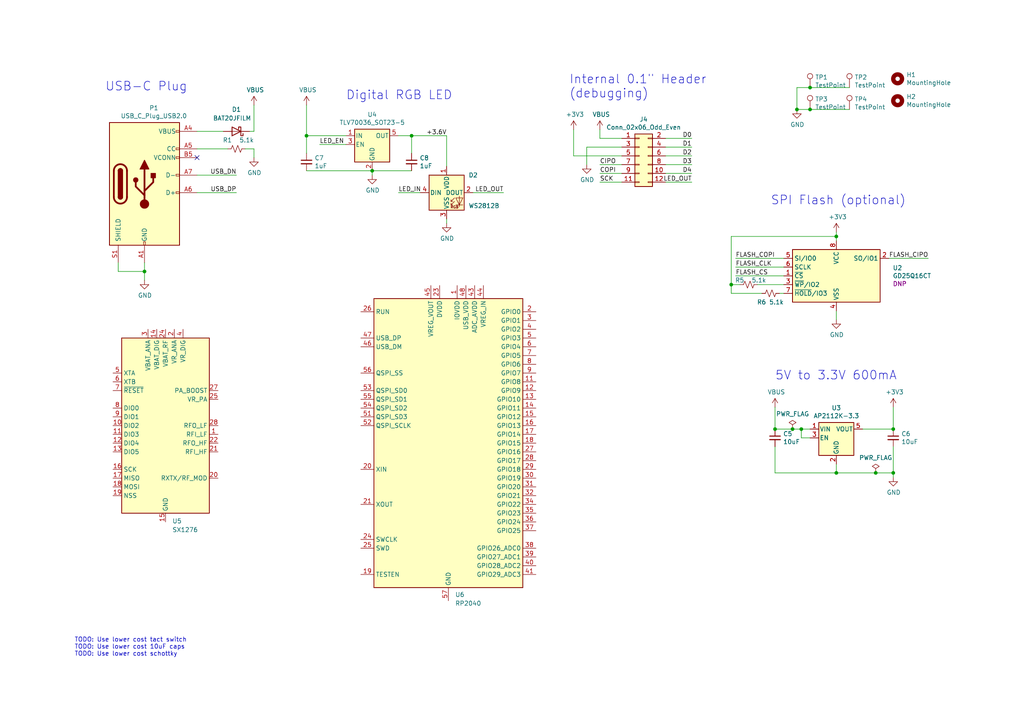
<source format=kicad_sch>
(kicad_sch (version 20230121) (generator eeschema)
  (paper "A4")
  (title_block (title "Microcontroller Expansion Card") (date "2021-05-17") (rev "X1.1") (company "Framework Computer Inc") (comment 1 "This work is licensed under a Creative Commons Attribution 4.0 International License") (comment 2 "Inspired by Adafruit QT Py and Seeed Studio Xiao") (comment 4 "https://frame.work"))
  (lib_symbols
    (symbol "Connector:TestPoint" (pin_numbers hide) (pin_names (offset 0.762) hide)
      (property "Reference" "TP" (at 0 6.858 0))
      (property "Value" "TestPoint" (at 0 5.08 0))
      (symbol "TestPoint_0_1"
        (circle (center 0 3.302) (radius 0.762))
      )
      (symbol "TestPoint_1_1"
        (pin passive line (at 0 0 90) (length 2.54) (name "1") (number "1"))
      )
    )
    (symbol "Connector:USB_C_Plug_USB2.0" (pin_names (offset 1.016))
      (property "Reference" "P" (at -10.16 19.05 0))
      (property "Value" "USB_C_Plug_USB2.0" (at 12.7 19.05 0))
      (symbol "USB_C_Plug_USB2.0_0_0"
        (rectangle (start -0.254 -17.78) (end 0.254 -16.764))
        (rectangle (start 10.16 -2.286) (end 9.144 -2.794))
        (rectangle (start 10.16 2.794) (end 9.144 2.286))
        (rectangle (start 10.16 7.874) (end 9.144 7.366))
        (rectangle (start 10.16 10.414) (end 9.144 9.906))
        (rectangle (start 10.16 15.494) (end 9.144 14.986))
      )
      (symbol "USB_C_Plug_USB2.0_0_1"
        (rectangle (start -10.16 17.78) (end 10.16 -17.78) (stroke (width 0.254)) (fill (type background)))
        (arc (start -8.89 -3.81) (mid -6.985 -5.7067) (end -5.08 -3.81) (stroke (width 0.508)))
        (arc (start -7.62 -3.81) (mid -6.985 -4.4423) (end -6.35 -3.81) (stroke (width 0.254)))
        (arc (start -7.62 -3.81) (mid -6.985 -4.4423) (end -6.35 -3.81) (stroke (width 0.254)) (fill (type outline)))
        (rectangle (start -7.62 -3.81) (end -6.35 3.81) (stroke (width 0.254)) (fill (type outline)))
        (arc (start -6.35 3.81) (mid -6.985 4.4423) (end -7.62 3.81) (stroke (width 0.254)))
        (arc (start -6.35 3.81) (mid -6.985 4.4423) (end -7.62 3.81) (stroke (width 0.254)) (fill (type outline)))
        (arc (start -5.08 3.81) (mid -6.985 5.7067) (end -8.89 3.81) (stroke (width 0.508)))
        (circle (center -2.54 1.143) (radius 0.635) (stroke (width 0.254)) (fill (type outline)))
        (circle (center 0 -5.842) (radius 1.27) (fill (type outline)))
        (polyline (pts (xy -8.89 -3.81) (xy -8.89 3.81)) (stroke (width 0.508)))
        (polyline (pts (xy -5.08 3.81) (xy -5.08 -3.81)) (stroke (width 0.508)))
        (polyline (pts (xy 0 -5.842) (xy 0 4.318)) (stroke (width 0.508)))
        (polyline (pts (xy 0 -3.302) (xy -2.54 -0.762) (xy -2.54 0.508)) (stroke (width 0.508)))
        (polyline (pts (xy 0 -2.032) (xy 2.54 0.508) (xy 2.54 1.778)) (stroke (width 0.508)))
        (polyline (pts (xy -1.27 4.318) (xy 0 6.858) (xy 1.27 4.318) (xy -1.27 4.318)) (stroke (width 0.254)) (fill (type outline)))
        (rectangle (start 1.905 1.778) (end 3.175 3.048) (stroke (width 0.254)) (fill (type outline)))
      )
      (symbol "USB_C_Plug_USB2.0_1_1"
        (pin passive line (at 0 -22.86 90) (length 5.08) (name "GND") (number "A1"))
        (pin passive line (at 0 -22.86 90) (length 5.08) hide (name "GND") (number "A12"))
        (pin passive line (at 15.24 15.24 180) (length 5.08) (name "VBUS") (number "A4"))
        (pin bidirectional line (at 15.24 10.16 180) (length 5.08) (name "CC") (number "A5"))
        (pin bidirectional line (at 15.24 -2.54 180) (length 5.08) (name "D+") (number "A6"))
        (pin bidirectional line (at 15.24 2.54 180) (length 5.08) (name "D-") (number "A7"))
        (pin passive line (at 15.24 15.24 180) (length 5.08) hide (name "VBUS") (number "A9"))
        (pin passive line (at 0 -22.86 90) (length 5.08) hide (name "GND") (number "B1"))
        (pin passive line (at 0 -22.86 90) (length 5.08) hide (name "GND") (number "B12"))
        (pin passive line (at 15.24 15.24 180) (length 5.08) hide (name "VBUS") (number "B4"))
        (pin bidirectional line (at 15.24 7.62 180) (length 5.08) (name "VCONN") (number "B5"))
        (pin passive line (at 15.24 15.24 180) (length 5.08) hide (name "VBUS") (number "B9"))
        (pin passive line (at -7.62 -22.86 90) (length 5.08) (name "SHIELD") (number "S1"))
      )
    )
    (symbol "Connector_Generic:Conn_02x06_Odd_Even" (pin_names (offset 1.016) hide)
      (property "Reference" "J" (at 1.27 7.62 0))
      (property "Value" "Conn_02x06_Odd_Even" (at 1.27 -10.16 0))
      (symbol "Conn_02x06_Odd_Even_1_1"
        (rectangle (start -1.27 -7.493) (end 0 -7.747) (stroke (width 0.1524)))
        (rectangle (start -1.27 -4.953) (end 0 -5.207) (stroke (width 0.1524)))
        (rectangle (start -1.27 -2.413) (end 0 -2.667) (stroke (width 0.1524)))
        (rectangle (start -1.27 0.127) (end 0 -0.127) (stroke (width 0.1524)))
        (rectangle (start -1.27 2.667) (end 0 2.413) (stroke (width 0.1524)))
        (rectangle (start -1.27 5.207) (end 0 4.953) (stroke (width 0.1524)))
        (rectangle (start -1.27 6.35) (end 3.81 -8.89) (stroke (width 0.254)) (fill (type background)))
        (rectangle (start 3.81 -7.493) (end 2.54 -7.747) (stroke (width 0.1524)))
        (rectangle (start 3.81 -4.953) (end 2.54 -5.207) (stroke (width 0.1524)))
        (rectangle (start 3.81 -2.413) (end 2.54 -2.667) (stroke (width 0.1524)))
        (rectangle (start 3.81 0.127) (end 2.54 -0.127) (stroke (width 0.1524)))
        (rectangle (start 3.81 2.667) (end 2.54 2.413) (stroke (width 0.1524)))
        (rectangle (start 3.81 5.207) (end 2.54 4.953) (stroke (width 0.1524)))
        (pin passive line (at -5.08 5.08 0) (length 3.81) (name "Pin_1") (number "1"))
        (pin passive line (at 7.62 -5.08 180) (length 3.81) (name "Pin_10") (number "10"))
        (pin passive line (at -5.08 -7.62 0) (length 3.81) (name "Pin_11") (number "11"))
        (pin passive line (at 7.62 -7.62 180) (length 3.81) (name "Pin_12") (number "12"))
        (pin passive line (at 7.62 5.08 180) (length 3.81) (name "Pin_2") (number "2"))
        (pin passive line (at -5.08 2.54 0) (length 3.81) (name "Pin_3") (number "3"))
        (pin passive line (at 7.62 2.54 180) (length 3.81) (name "Pin_4") (number "4"))
        (pin passive line (at -5.08 0 0) (length 3.81) (name "Pin_5") (number "5"))
        (pin passive line (at 7.62 0 180) (length 3.81) (name "Pin_6") (number "6"))
        (pin passive line (at -5.08 -2.54 0) (length 3.81) (name "Pin_7") (number "7"))
        (pin passive line (at 7.62 -2.54 180) (length 3.81) (name "Pin_8") (number "8"))
        (pin passive line (at -5.08 -5.08 0) (length 3.81) (name "Pin_9") (number "9"))
      )
    )
    (symbol "Device:C_Small" (pin_numbers hide) (pin_names (offset 0.254) hide)
      (property "Reference" "C" (at 0.254 1.778 0))
      (property "Value" "C_Small" (at 0.254 -2.032 0))
      (symbol "C_Small_0_1"
        (polyline (pts (xy -1.524 -0.508) (xy 1.524 -0.508)) (stroke (width 0.3302)))
        (polyline (pts (xy -1.524 0.508) (xy 1.524 0.508)) (stroke (width 0.3048)))
      )
      (symbol "C_Small_1_1"
        (pin passive line (at 0 2.54 270) (length 2.032) (name "~") (number "1"))
        (pin passive line (at 0 -2.54 90) (length 2.032) (name "~") (number "2"))
      )
    )
    (symbol "Device:D_Schottky" (pin_numbers hide) (pin_names (offset 1.016) hide)
      (property "Reference" "D" (at 0 2.54 0))
      (property "Value" "D_Schottky" (at 0 -2.54 0))
      (symbol "D_Schottky_0_1"
        (polyline (pts (xy 1.27 0) (xy -1.27 0)))
        (polyline (pts (xy 1.27 1.27) (xy 1.27 -1.27) (xy -1.27 0) (xy 1.27 1.27)) (stroke (width 0.254)))
        (polyline (pts (xy -1.905 0.635) (xy -1.905 1.27) (xy -1.27 1.27) (xy -1.27 -1.27) (xy -0.635 -1.27) (xy -0.635 -0.635)) (stroke (width 0.254)))
      )
      (symbol "D_Schottky_1_1"
        (pin passive line (at -3.81 0 0) (length 2.54) (name "K") (number "1"))
        (pin passive line (at 3.81 0 180) (length 2.54) (name "A") (number "2"))
      )
    )
    (symbol "Device:R_Small_US" (pin_numbers hide) (pin_names (offset 0.254) hide)
      (property "Reference" "R" (at 0.762 0.508 0))
      (property "Value" "R_Small_US" (at 0.762 -1.016 0))
      (symbol "R_Small_US_1_1"
        (polyline (pts (xy 0 0) (xy 1.016 -0.381) (xy 0 -0.762) (xy -1.016 -1.143) (xy 0 -1.524)))
        (polyline (pts (xy 0 1.524) (xy 1.016 1.143) (xy 0 0.762) (xy -1.016 0.381) (xy 0 0)))
        (pin passive line (at 0 2.54 270) (length 1.016) (name "~") (number "1"))
        (pin passive line (at 0 -2.54 90) (length 1.016) (name "~") (number "2"))
      )
    )
    (symbol "LED:WS2812B" (pin_names (offset 0.254))
      (property "Reference" "D" (at 5.08 5.715 0))
      (property "Value" "WS2812B" (at 1.27 -5.715 0))
      (symbol "WS2812B_0_0"
        (text "RGB" (at 2.286 -4.191 0) (effects (font (size 0.762 0.762))))
      )
      (symbol "WS2812B_0_1"
        (polyline (pts (xy 1.27 -3.556) (xy 1.778 -3.556)))
        (polyline (pts (xy 1.27 -2.54) (xy 1.778 -2.54)))
        (polyline (pts (xy 4.699 -3.556) (xy 2.667 -3.556)))
        (polyline (pts (xy 2.286 -2.54) (xy 1.27 -3.556) (xy 1.27 -3.048)))
        (polyline (pts (xy 2.286 -1.524) (xy 1.27 -2.54) (xy 1.27 -2.032)))
        (polyline (pts (xy 3.683 -1.016) (xy 3.683 -3.556) (xy 3.683 -4.064)))
        (polyline (pts (xy 4.699 -1.524) (xy 2.667 -1.524) (xy 3.683 -3.556) (xy 4.699 -1.524)))
        (rectangle (start 5.08 5.08) (end -5.08 -5.08) (stroke (width 0.254)) (fill (type background)))
      )
      (symbol "WS2812B_1_1"
        (pin power_in line (at 0 7.62 270) (length 2.54) (name "VDD") (number "1"))
        (pin output line (at 7.62 0 180) (length 2.54) (name "DOUT") (number "2"))
        (pin power_in line (at 0 -7.62 90) (length 2.54) (name "VSS") (number "3"))
        (pin input line (at -7.62 0 0) (length 2.54) (name "DIN") (number "4"))
      )
    )
    (symbol "MCU_RaspberryPi:RP2040"
      (property "Reference" "U" (at 17.78 45.72 0))
      (property "Value" "RP2040" (at 17.78 43.18 0))
      (symbol "RP2040_0_1"
        (rectangle (start -21.59 41.91) (end 21.59 -41.91) (stroke (width 0.254)) (fill (type background)))
      )
      (symbol "RP2040_1_1"
        (pin power_in line (at 2.54 45.72 270) (length 3.81) (name "IOVDD") (number "1"))
        (pin passive line (at 2.54 45.72 270) (length 3.81) hide (name "IOVDD") (number "10"))
        (pin bidirectional line (at 25.4 17.78 180) (length 3.81) (name "GPIO8") (number "11"))
        (pin bidirectional line (at 25.4 15.24 180) (length 3.81) (name "GPIO9") (number "12"))
        (pin bidirectional line (at 25.4 12.7 180) (length 3.81) (name "GPIO10") (number "13"))
        (pin bidirectional line (at 25.4 10.16 180) (length 3.81) (name "GPIO11") (number "14"))
        (pin bidirectional line (at 25.4 7.62 180) (length 3.81) (name "GPIO12") (number "15"))
        (pin bidirectional line (at 25.4 5.08 180) (length 3.81) (name "GPIO13") (number "16"))
        (pin bidirectional line (at 25.4 2.54 180) (length 3.81) (name "GPIO14") (number "17"))
        (pin bidirectional line (at 25.4 0 180) (length 3.81) (name "GPIO15") (number "18"))
        (pin input line (at -25.4 -38.1 0) (length 3.81) (name "TESTEN") (number "19"))
        (pin bidirectional line (at 25.4 38.1 180) (length 3.81) (name "GPIO0") (number "2"))
        (pin input line (at -25.4 -7.62 0) (length 3.81) (name "XIN") (number "20"))
        (pin passive line (at -25.4 -17.78 0) (length 3.81) (name "XOUT") (number "21"))
        (pin passive line (at 2.54 45.72 270) (length 3.81) hide (name "IOVDD") (number "22"))
        (pin power_in line (at -2.54 45.72 270) (length 3.81) (name "DVDD") (number "23"))
        (pin output line (at -25.4 -27.94 0) (length 3.81) (name "SWCLK") (number "24"))
        (pin bidirectional line (at -25.4 -30.48 0) (length 3.81) (name "SWD") (number "25"))
        (pin input line (at -25.4 38.1 0) (length 3.81) (name "RUN") (number "26"))
        (pin bidirectional line (at 25.4 -2.54 180) (length 3.81) (name "GPIO16") (number "27"))
        (pin bidirectional line (at 25.4 -5.08 180) (length 3.81) (name "GPIO17") (number "28"))
        (pin bidirectional line (at 25.4 -7.62 180) (length 3.81) (name "GPIO18") (number "29"))
        (pin bidirectional line (at 25.4 35.56 180) (length 3.81) (name "GPIO1") (number "3"))
        (pin bidirectional line (at 25.4 -10.16 180) (length 3.81) (name "GPIO19") (number "30"))
        (pin bidirectional line (at 25.4 -12.7 180) (length 3.81) (name "GPIO20") (number "31"))
        (pin bidirectional line (at 25.4 -15.24 180) (length 3.81) (name "GPIO21") (number "32"))
        (pin passive line (at 2.54 45.72 270) (length 3.81) hide (name "IOVDD") (number "33"))
        (pin bidirectional line (at 25.4 -17.78 180) (length 3.81) (name "GPIO22") (number "34"))
        (pin bidirectional line (at 25.4 -20.32 180) (length 3.81) (name "GPIO23") (number "35"))
        (pin bidirectional line (at 25.4 -22.86 180) (length 3.81) (name "GPIO24") (number "36"))
        (pin bidirectional line (at 25.4 -25.4 180) (length 3.81) (name "GPIO25") (number "37"))
        (pin bidirectional line (at 25.4 -30.48 180) (length 3.81) (name "GPIO26_ADC0") (number "38"))
        (pin bidirectional line (at 25.4 -33.02 180) (length 3.81) (name "GPIO27_ADC1") (number "39"))
        (pin bidirectional line (at 25.4 33.02 180) (length 3.81) (name "GPIO2") (number "4"))
        (pin bidirectional line (at 25.4 -35.56 180) (length 3.81) (name "GPIO28_ADC2") (number "40"))
        (pin bidirectional line (at 25.4 -38.1 180) (length 3.81) (name "GPIO29_ADC3") (number "41"))
        (pin passive line (at 2.54 45.72 270) (length 3.81) hide (name "IOVDD") (number "42"))
        (pin power_in line (at 7.62 45.72 270) (length 3.81) (name "ADC_AVDD") (number "43"))
        (pin power_in line (at 10.16 45.72 270) (length 3.81) (name "VREG_IN") (number "44"))
        (pin power_out line (at -5.08 45.72 270) (length 3.81) (name "VREG_VOUT") (number "45"))
        (pin bidirectional line (at -25.4 27.94 0) (length 3.81) (name "USB_DM") (number "46"))
        (pin bidirectional line (at -25.4 30.48 0) (length 3.81) (name "USB_DP") (number "47"))
        (pin power_in line (at 5.08 45.72 270) (length 3.81) (name "USB_VDD") (number "48"))
        (pin passive line (at 2.54 45.72 270) (length 3.81) hide (name "IOVDD") (number "49"))
        (pin bidirectional line (at 25.4 30.48 180) (length 3.81) (name "GPIO3") (number "5"))
        (pin passive line (at -2.54 45.72 270) (length 3.81) hide (name "DVDD") (number "50"))
        (pin bidirectional line (at -25.4 7.62 0) (length 3.81) (name "QSPI_SD3") (number "51"))
        (pin output line (at -25.4 5.08 0) (length 3.81) (name "QSPI_SCLK") (number "52"))
        (pin bidirectional line (at -25.4 15.24 0) (length 3.81) (name "QSPI_SD0") (number "53"))
        (pin bidirectional line (at -25.4 10.16 0) (length 3.81) (name "QSPI_SD2") (number "54"))
        (pin bidirectional line (at -25.4 12.7 0) (length 3.81) (name "QSPI_SD1") (number "55"))
        (pin bidirectional line (at -25.4 20.32 0) (length 3.81) (name "QSPI_SS") (number "56"))
        (pin power_in line (at 0 -45.72 90) (length 3.81) (name "GND") (number "57"))
        (pin bidirectional line (at 25.4 27.94 180) (length 3.81) (name "GPIO4") (number "6"))
        (pin bidirectional line (at 25.4 25.4 180) (length 3.81) (name "GPIO5") (number "7"))
        (pin bidirectional line (at 25.4 22.86 180) (length 3.81) (name "GPIO6") (number "8"))
        (pin bidirectional line (at 25.4 20.32 180) (length 3.81) (name "GPIO7") (number "9"))
      )
    )
    (symbol "Mechanical:MountingHole" (pin_names (offset 1.016))
      (property "Reference" "H" (at 0 5.08 0))
      (property "Value" "MountingHole" (at 0 3.175 0))
      (symbol "MountingHole_0_1"
        (circle (center 0 0) (radius 1.27) (stroke (width 1.27)))
      )
    )
    (symbol "Microcontroller-rescue:+3.3V-power" (power) (pin_names (offset 0))
      (property "Value" "+3.3V-power" (at 0 3.556 0))
      (symbol "+3.3V-power_0_1"
        (polyline (pts (xy -0.762 1.27) (xy 0 2.54)))
        (polyline (pts (xy 0 0) (xy 0 2.54)))
        (polyline (pts (xy 0 2.54) (xy 0.762 1.27)))
      )
      (symbol "+3.3V-power_1_1"
        (pin power_in line (at 0 0 90) (length 0) hide (name "+3V3") (number "1"))
      )
    )
    (symbol "RF:SX1276"
      (property "Reference" "U" (at 13.97 24.13 0))
      (property "Value" "SX1276" (at 13.97 21.59 0))
      (symbol "SX1276_0_1"
        (rectangle (start -12.7 25.4) (end 12.7 -25.4) (stroke (width 0.254)) (fill (type background)))
      )
      (symbol "SX1276_1_1"
        (pin input line (at 15.24 -2.54 180) (length 2.54) (name "RFI_LF") (number "1"))
        (pin bidirectional line (at -15.24 0 0) (length 2.54) (name "DIO2") (number "10"))
        (pin bidirectional line (at -15.24 -2.54 0) (length 2.54) (name "DIO3") (number "11"))
        (pin bidirectional line (at -15.24 -5.08 0) (length 2.54) (name "DIO4") (number "12"))
        (pin bidirectional line (at -15.24 -7.62 0) (length 2.54) (name "DIO5") (number "13"))
        (pin power_in line (at -2.54 27.94 270) (length 2.54) (name "VBAT_DIG") (number "14"))
        (pin power_in line (at 0 -27.94 90) (length 2.54) (name "GND") (number "15"))
        (pin input line (at -15.24 -12.7 0) (length 2.54) (name "SCK") (number "16"))
        (pin output line (at -15.24 -15.24 0) (length 2.54) (name "MISO") (number "17"))
        (pin input line (at -15.24 -17.78 0) (length 2.54) (name "MOSI") (number "18"))
        (pin input line (at -15.24 -20.32 0) (length 2.54) (name "NSS") (number "19"))
        (pin power_in line (at 2.54 27.94 270) (length 2.54) (name "VR_ANA") (number "2"))
        (pin output line (at 15.24 -15.24 180) (length 2.54) (name "RXTX/RF_MOD") (number "20"))
        (pin input line (at 15.24 -7.62 180) (length 2.54) (name "RFI_HF") (number "21"))
        (pin output line (at 15.24 -5.08 180) (length 2.54) (name "RFO_HF") (number "22"))
        (pin passive line (at 0 -27.94 90) (length 2.54) hide (name "GND") (number "23"))
        (pin power_in line (at 0 27.94 270) (length 2.54) (name "VBAT_RF") (number "24"))
        (pin power_out line (at 15.24 7.62 180) (length 2.54) (name "VR_PA") (number "25"))
        (pin passive line (at 0 -27.94 90) (length 2.54) hide (name "GND") (number "26"))
        (pin power_out line (at 15.24 10.16 180) (length 2.54) (name "PA_BOOST") (number "27"))
        (pin output line (at 15.24 0 180) (length 2.54) (name "RFO_LF") (number "28"))
        (pin passive line (at 0 -27.94 90) (length 2.54) hide (name "GND") (number "29"))
        (pin power_in line (at -5.08 27.94 270) (length 2.54) (name "VBAT_ANA") (number "3"))
        (pin power_in line (at 5.08 27.94 270) (length 2.54) (name "VR_DIG") (number "4"))
        (pin bidirectional line (at -15.24 15.24 0) (length 2.54) (name "XTA") (number "5"))
        (pin bidirectional line (at -15.24 12.7 0) (length 2.54) (name "XTB") (number "6"))
        (pin input line (at -15.24 10.16 0) (length 2.54) (name "~{RESET}") (number "7"))
        (pin bidirectional line (at -15.24 5.08 0) (length 2.54) (name "DIO0") (number "8"))
        (pin bidirectional line (at -15.24 2.54 0) (length 2.54) (name "DIO1") (number "9"))
      )
    )
    (symbol "Regulator_Linear:AP2112K-3.3" (pin_names (offset 0.254))
      (property "Reference" "U" (at -5.08 5.715 0))
      (property "Value" "AP2112K-3.3" (at 0 5.715 0))
      (symbol "AP2112K-3.3_0_1"
        (rectangle (start -5.08 4.445) (end 5.08 -5.08) (stroke (width 0.254)) (fill (type background)))
      )
      (symbol "AP2112K-3.3_1_1"
        (pin power_in line (at -7.62 2.54 0) (length 2.54) (name "VIN") (number "1"))
        (pin power_in line (at 0 -7.62 90) (length 2.54) (name "GND") (number "2"))
        (pin input line (at -7.62 0 0) (length 2.54) (name "EN") (number "3"))
        (pin no_connect line (at 5.08 0 180) (length 2.54) hide (name "NC") (number "4"))
        (pin power_out line (at 7.62 2.54 180) (length 2.54) (name "VOUT") (number "5"))
      )
    )
    (symbol "Regulator_Linear:TLV70036_SOT23-5" (pin_names (offset 0.254))
      (property "Reference" "U" (at -3.81 5.715 0))
      (property "Value" "TLV70036_SOT23-5" (at 0 5.715 0))
      (symbol "TLV70036_SOT23-5_0_1"
        (rectangle (start -5.08 4.445) (end 5.08 -5.08) (stroke (width 0.254)) (fill (type background)))
      )
      (symbol "TLV70036_SOT23-5_1_1"
        (pin power_in line (at -7.62 2.54 0) (length 2.54) (name "IN") (number "1"))
        (pin power_in line (at 0 -7.62 90) (length 2.54) (name "GND") (number "2"))
        (pin input line (at -7.62 0 0) (length 2.54) (name "EN") (number "3"))
        (pin no_connect line (at 5.08 0 180) (length 2.54) hide (name "NC") (number "4"))
        (pin power_out line (at 7.62 2.54 180) (length 2.54) (name "OUT") (number "5"))
      )
    )
    (symbol "gd25q16ct:GD25Q16CT"
      (property "Reference" "U" (at 2.54 12.7 0))
      (property "Value" "GD25Q16CT" (at 8.89 8.89 0))
      (symbol "GD25Q16CT_1_1"
        (rectangle (start -12.7 7.62) (end 12.7 -7.62) (stroke (width 0.254)) (fill (type background)))
        (pin input line (at -15.24 0 0) (length 2.54) (name "~{CS}") (number "1"))
        (pin bidirectional line (at 15.24 5.08 180) (length 2.54) (name "SO/IO1") (number "2"))
        (pin bidirectional line (at -15.24 -2.54 0) (length 2.54) (name "~{WP}/IO2") (number "3"))
        (pin power_in line (at 0 -10.16 90) (length 2.54) (name "VSS") (number "4"))
        (pin bidirectional line (at -15.24 5.08 0) (length 2.54) (name "SI/IO0") (number "5"))
        (pin input line (at -15.24 2.54 0) (length 2.54) (name "SCLK") (number "6"))
        (pin bidirectional line (at -15.24 -5.08 0) (length 2.54) (name "~{HOLD}/IO3") (number "7"))
        (pin power_in line (at 0 10.16 270) (length 2.54) (name "VCC") (number "8"))
      )
    )
    (symbol "power:GND" (power) (pin_names (offset 0))
      (property "Value" "GND" (at 0 -3.81 0))
      (symbol "GND_0_1"
        (polyline (pts (xy 0 0) (xy 0 -1.27) (xy 1.27 -1.27) (xy 0 -2.54) (xy -1.27 -1.27) (xy 0 -1.27)))
      )
      (symbol "GND_1_1"
        (pin power_in line (at 0 0 270) (length 0) hide (name "GND") (number "1"))
      )
    )
    (symbol "power:PWR_FLAG" (power) (pin_numbers hide) (pin_names (offset 0) hide)
      (property "Value" "PWR_FLAG" (at 0 3.81 0))
      (symbol "PWR_FLAG_0_0"
        (pin power_out line (at 0 0 90) (length 0) (name "pwr") (number "1"))
      )
      (symbol "PWR_FLAG_0_1"
        (polyline (pts (xy 0 0) (xy 0 1.27) (xy -1.016 1.905) (xy 0 2.54) (xy 1.016 1.905) (xy 0 1.27)))
      )
    )
    (symbol "power:VBUS" (power) (pin_names (offset 0))
      (property "Value" "VBUS" (at 0 3.81 0))
      (symbol "VBUS_0_1"
        (polyline (pts (xy -0.762 1.27) (xy 0 2.54)))
        (polyline (pts (xy 0 0) (xy 0 2.54)))
        (polyline (pts (xy 0 2.54) (xy 0.762 1.27)))
      )
      (symbol "VBUS_1_1"
        (pin power_in line (at 0 0 90) (length 0) hide (name "VBUS") (number "1"))
      )
    )
  )
  (junction (at 242.57 137.16))
  (junction (at 232.41 124.46))
  (junction (at 259.08 137.16))
  (junction (at 234.95 25.4))
  (junction (at 242.57 68.58))
  (junction (at 259.08 124.46))
  (junction (at 212.09 82.55))
  (junction (at 119.38 39.37))
  (junction (at 234.95 31.75))
  (junction (at 107.95 49.53))
  (junction (at 224.79 124.46))
  (junction (at 229.87 124.46))
  (junction (at 88.9 39.37))
  (junction (at 254 137.16))
  (junction (at 41.91 78.74))
  (junction (at 231.14 31.75))
  (no_connect (at 57.15 45.72))
  (wire (pts (xy 57.15 38.1) (xy 64.77 38.1)))
  (wire (pts (xy 88.9 30.48) (xy 88.9 39.37)))
  (wire (pts (xy 57.15 55.88) (xy 68.58 55.88)))
  (wire (pts (xy 242.57 137.16) (xy 254 137.16)))
  (wire (pts (xy 231.14 25.4) (xy 231.14 31.75)))
  (wire (pts (xy 229.87 124.46) (xy 232.41 124.46)))
  (wire (pts (xy 259.08 129.54) (xy 259.08 137.16)))
  (wire (pts (xy 173.99 50.292) (xy 180.34 50.292)))
  (wire (pts (xy 242.57 68.58) (xy 242.57 67.31)))
  (wire (pts (xy 173.99 47.752) (xy 180.34 47.752)))
  (wire (pts (xy 170.18 42.672) (xy 170.18 47.752)))
  (wire (pts (xy 232.41 127) (xy 232.41 124.46)))
  (wire (pts (xy 193.04 40.132) (xy 200.66 40.132)))
  (wire (pts (xy 212.09 68.58) (xy 212.09 82.55)))
  (wire (pts (xy 71.12 43.18) (xy 73.66 43.18)))
  (wire (pts (xy 72.39 38.1) (xy 73.66 38.1)))
  (wire (pts (xy 227.33 82.55) (xy 219.71 82.55)))
  (wire (pts (xy 41.91 81.28) (xy 41.91 78.74)))
  (wire (pts (xy 213.36 77.47) (xy 227.33 77.47)))
  (wire (pts (xy 213.36 80.01) (xy 227.33 80.01)))
  (wire (pts (xy 88.9 44.45) (xy 88.9 39.37)))
  (wire (pts (xy 242.57 90.17) (xy 242.57 92.71)))
  (wire (pts (xy 220.98 85.09) (xy 212.09 85.09)))
  (wire (pts (xy 193.04 42.672) (xy 200.66 42.672)))
  (wire (pts (xy 250.19 124.46) (xy 259.08 124.46)))
  (wire (pts (xy 166.37 45.212) (xy 180.34 45.212)))
  (wire (pts (xy 173.99 52.832) (xy 180.34 52.832)))
  (wire (pts (xy 73.66 38.1) (xy 73.66 30.48)))
  (wire (pts (xy 224.79 118.11) (xy 224.79 124.46)))
  (wire (pts (xy 57.15 50.8) (xy 68.58 50.8)))
  (wire (pts (xy 121.92 55.88) (xy 115.57 55.88)))
  (wire (pts (xy 73.66 43.18) (xy 73.66 45.72)))
  (wire (pts (xy 193.04 47.752) (xy 200.66 47.752)))
  (wire (pts (xy 193.04 52.832) (xy 200.66 52.832)))
  (wire (pts (xy 129.54 63.5) (xy 129.54 64.77)))
  (wire (pts (xy 257.81 74.93) (xy 269.24 74.93)))
  (wire (pts (xy 231.14 31.75) (xy 234.95 31.75)))
  (wire (pts (xy 234.95 25.4) (xy 231.14 25.4)))
  (wire (pts (xy 234.95 31.75) (xy 246.38 31.75)))
  (wire (pts (xy 259.08 137.16) (xy 259.08 138.43)))
  (wire (pts (xy 57.15 43.18) (xy 66.04 43.18)))
  (wire (pts (xy 234.95 127) (xy 232.41 127)))
  (wire (pts (xy 242.57 134.62) (xy 242.57 137.16)))
  (wire (pts (xy 193.04 45.212) (xy 200.66 45.212)))
  (wire (pts (xy 254 137.16) (xy 259.08 137.16)))
  (wire (pts (xy 193.04 50.292) (xy 200.66 50.292)))
  (wire (pts (xy 180.34 40.132) (xy 173.99 40.132)))
  (wire (pts (xy 100.33 41.91) (xy 92.71 41.91)))
  (wire (pts (xy 88.9 39.37) (xy 100.33 39.37)))
  (wire (pts (xy 119.38 39.37) (xy 119.38 44.45)))
  (wire (pts (xy 212.09 68.58) (xy 242.57 68.58)))
  (wire (pts (xy 246.38 25.4) (xy 234.95 25.4)))
  (wire (pts (xy 166.37 45.212) (xy 166.37 37.592)))
  (wire (pts (xy 212.09 82.55) (xy 212.09 85.09)))
  (wire (pts (xy 224.79 124.46) (xy 229.87 124.46)))
  (wire (pts (xy 107.95 50.8) (xy 107.95 49.53)))
  (wire (pts (xy 41.91 78.74) (xy 41.91 76.2)))
  (wire (pts (xy 34.29 76.2) (xy 34.29 78.74)))
  (wire (pts (xy 224.79 129.54) (xy 224.79 137.16)))
  (wire (pts (xy 170.18 42.672) (xy 180.34 42.672)))
  (wire (pts (xy 214.63 82.55) (xy 212.09 82.55)))
  (wire (pts (xy 232.41 124.46) (xy 234.95 124.46)))
  (wire (pts (xy 213.36 74.93) (xy 227.33 74.93)))
  (wire (pts (xy 224.79 137.16) (xy 242.57 137.16)))
  (wire (pts (xy 226.06 85.09) (xy 227.33 85.09)))
  (wire (pts (xy 259.08 118.11) (xy 259.08 124.46)))
  (wire (pts (xy 173.99 37.592) (xy 173.99 40.132)))
  (wire (pts (xy 242.57 69.85) (xy 242.57 68.58)))
  (wire (pts (xy 88.9 49.53) (xy 107.95 49.53)))
  (wire (pts (xy 119.38 39.37) (xy 129.54 39.37)))
  (wire (pts (xy 107.95 49.53) (xy 119.38 49.53)))
  (wire (pts (xy 34.29 78.74) (xy 41.91 78.74)))
  (wire (pts (xy 115.57 39.37) (xy 119.38 39.37)))
  (wire (pts (xy 137.16 55.88) (xy 146.05 55.88)))
  (wire (pts (xy 129.54 39.37) (xy 129.54 48.26)))
  (text "SPI Flash (optional)" (at 223.52 59.69 0) (effects (font (size 2.54 2.54)) (justify left bottom)))
  (text "TODO: Use lower cost tact switch\nTODO: Use lower cost 10uF caps\nTODO: Use lower cost schottky" (at 21.59 190.5 0) (effects (font (size 1.27 1.27)) (justify left bottom)))
  (text "5V to 3.3V 600mA" (at 224.79 110.49 0) (effects (font (size 2.54 2.54)) (justify left bottom)))
  (text "Internal 0.1\" Header\n(debugging)" (at 165.1 28.702 0) (effects (font (size 2.54 2.54)) (justify left bottom)))
  (text "USB-C Plug" (at 30.48 26.67 0) (effects (font (size 2.54 2.54)) (justify left bottom)))
  (text "Digital RGB LED" (at 100.33 29.21 0) (effects (font (size 2.54 2.54)) (justify left bottom)))
  (label "D3" (at 200.66 47.752 180))
  (label "FLASH_CS" (at 213.36 80.01 0))
  (label "LED_OUT" (at 146.05 55.88 180))
  (label "+3.6V" (at 129.54 39.37 180))
  (label "D2" (at 200.66 45.212 180))
  (label "D4" (at 200.66 50.292 180))
  (label "CIPO" (at 173.99 47.752 0))
  (label "FLASH_COPI" (at 213.36 74.93 0))
  (label "LED_IN" (at 115.57 55.88 0))
  (label "D1" (at 200.66 42.672 180))
  (label "COPI" (at 173.99 50.292 0))
  (label "USB_DP" (at 68.58 55.88 180))
  (label "FLASH_CLK" (at 213.36 77.47 0))
  (label "LED_OUT" (at 200.66 52.832 180))
  (label "LED_EN" (at 92.71 41.91 0))
  (label "FLASH_CIPO" (at 269.24 74.93 180))
  (label "D0" (at 200.66 40.132 180))
  (label "SCK" (at 173.99 52.832 0))
  (label "USB_DN" (at 68.58 50.8 180))
  (symbol (lib_id "Regulator_Linear:AP2112K-3.3") (at 242.57 127 0) (unit 1)
    (property "Reference" "U3" (at 242.57 118.3132 0))
    (property "Value" "AP2112K-3.3" (at 242.57 120.6246 0))
    (property "Footprint" "Package_TO_SOT_SMD:SOT-23-5" (effects hide))
    (property "Datasheet" "https://www.diodes.com/assets/Datasheets/AP2112.pdf" (effects hide))
  )
  (symbol (lib_id "Device:C_Small") (at 224.79 127 0) (unit 1)
    (property "Reference" "C5" (at 227.1268 125.8316 0) (effects (justify left)))
    (property "Value" "10uF" (at 227.1268 128.143 0) (effects (justify left)))
    (property "Footprint" "Capacitor_SMD:C_0805_2012Metric" (effects hide))
  )
  (symbol (lib_id "Device:C_Small") (at 259.08 127 0) (unit 1)
    (property "Reference" "C6" (at 261.4168 125.8316 0) (effects (justify left)))
    (property "Value" "10uF" (at 261.4168 128.143 0) (effects (justify left)))
    (property "Footprint" "Capacitor_SMD:C_0805_2012Metric" (effects hide))
  )
  (symbol (lib_id "Microcontroller-rescue:+3.3V-power") (at 259.08 118.11 0) (unit 1)
    (property "Reference" "#PWR022" (effects hide))
    (property "Value" "+3.3V" (at 259.461 113.7158 0))
  )
  (symbol (lib_id "power:GND") (at 259.08 138.43 0) (unit 1)
    (property "Reference" "#PWR023" (effects hide))
    (property "Value" "GND" (at 259.207 142.8242 0))
  )
  (symbol (lib_id "power:VBUS") (at 224.79 118.11 0) (unit 1)
    (property "Reference" "#PWR019" (effects hide))
    (property "Value" "VBUS" (at 225.171 113.7158 0))
  )
  (symbol (lib_id "Connector:USB_C_Plug_USB2.0") (at 41.91 53.34 0) (unit 1)
    (property "Reference" "P1" (at 44.6278 31.3182 0))
    (property "Value" "USB_C_Plug_USB2.0" (at 44.6278 33.6296 0))
    (property "Footprint" "Microcontroller:USB_C_Plug_Molex_105444" (effects hide))
    (property "Datasheet" "https://www.usb.org/sites/default/files/documents/usb_type-c.zip" (effects hide))
  )
  (symbol (lib_id "Device:R_Small_US") (at 68.58 43.18 90) (unit 1)
    (property "Reference" "R1" (at 67.31 40.64 90) (effects (justify left)))
    (property "Value" "5.1k" (at 73.66 40.64 90) (effects (justify left)))
    (property "Footprint" "Resistor_SMD:R_0603_1608Metric" (effects hide))
  )
  (symbol (lib_id "power:GND") (at 41.91 81.28 0) (unit 1)
    (property "Reference" "#PWR02" (effects hide))
    (property "Value" "GND" (at 42.037 85.6742 0))
  )
  (symbol (lib_id "power:GND") (at 73.66 45.72 0) (unit 1)
    (property "Reference" "#PWR07" (effects hide))
    (property "Value" "GND" (at 73.787 50.1142 0))
  )
  (symbol (lib_id "Device:D_Schottky") (at 68.58 38.1 180) (unit 1)
    (property "Reference" "D1" (at 68.58 31.75 0))
    (property "Value" "BAT20JFILM" (at 67.31 34.29 0))
    (property "Footprint" "Diode_SMD:D_SOD-323" (effects hide))
  )
  (symbol (lib_id "power:VBUS") (at 73.66 30.48 0) (unit 1)
    (property "Reference" "#PWR06" (effects hide))
    (property "Value" "VBUS" (at 74.041 26.0858 0))
  )
  (symbol (lib_id "Mechanical:MountingHole") (at 260.35 22.86 0) (unit 1)
    (property "Reference" "H1" (at 262.89 21.6916 0) (effects (justify left)))
    (property "Value" "MountingHole" (at 262.89 24.003 0) (effects (justify left)))
    (property "Footprint" "MountingHole:MountingHole_2.2mm_M2" (effects hide))
  )
  (symbol (lib_id "Mechanical:MountingHole") (at 260.35 29.21 0) (unit 1)
    (property "Reference" "H2" (at 262.89 28.0416 0) (effects (justify left)))
    (property "Value" "MountingHole" (at 262.89 30.353 0) (effects (justify left)))
    (property "Footprint" "MountingHole:MountingHole_2.2mm_M2" (effects hide))
  )
  (symbol (lib_id "LED:WS2812B") (at 129.54 55.88 0) (unit 1)
    (property "Reference" "D2" (at 135.89 50.8 0) (effects (justify left)))
    (property "Value" "WS2812B" (at 135.89 59.69 0) (effects (justify left)))
    (property "Footprint" "LED_SMD:LED_WS2812B_PLCC4_5.0x5.0mm_P3.2mm" (effects hide))
    (property "Datasheet" "https://cdn-shop.adafruit.com/datasheets/WS2812B.pdf" (effects hide))
  )
  (symbol (lib_id "power:GND") (at 129.54 64.77 0) (unit 1)
    (property "Reference" "#PWR012" (effects hide))
    (property "Value" "GND" (at 129.667 69.1642 0))
  )
  (symbol (lib_id "Microcontroller-rescue:+3.3V-power") (at 242.57 67.31 0) (unit 1)
    (property "Reference" "#PWR020" (effects hide))
    (property "Value" "+3.3V" (at 242.951 62.9158 0))
  )
  (symbol (lib_id "power:GND") (at 242.57 92.71 0) (unit 1)
    (property "Reference" "#PWR021" (effects hide))
    (property "Value" "GND" (at 242.697 97.1042 0))
  )
  (symbol (lib_id "gd25q16ct:GD25Q16CT") (at 242.57 80.01 0) (unit 1)
    (property "Reference" "U2" (at 258.9276 77.6986 0) (effects (justify left)))
    (property "Value" "GD25Q16CT" (at 258.9276 80.01 0) (effects (justify left)))
    (property "Footprint" "Package_SO:SOP-8_3.9x4.9mm_P1.27mm" (effects hide))
    (property "Datasheet" "http://www.elm-tech.com/en/products/spi-flash-memory/gd25q16/gd25q16.pdf" (effects hide))
    (property "Population" "DNP" (at 258.9276 82.3214 0) (effects (justify left)))
  )
  (symbol (lib_id "Device:C_Small") (at 119.38 46.99 0) (unit 1)
    (property "Reference" "C8" (at 121.7168 45.8216 0) (effects (justify left)))
    (property "Value" "1uF" (at 121.7168 48.133 0) (effects (justify left)))
    (property "Footprint" "Capacitor_SMD:C_0603_1608Metric" (effects hide))
  )
  (symbol (lib_id "power:GND") (at 107.95 50.8 0) (unit 1)
    (property "Reference" "#PWR024" (effects hide))
    (property "Value" "GND" (at 108.077 55.1942 0))
  )
  (symbol (lib_id "power:VBUS") (at 88.9 30.48 0) (unit 1)
    (property "Reference" "#PWR011" (effects hide))
    (property "Value" "VBUS" (at 89.281 26.0858 0))
  )
  (symbol (lib_id "Device:C_Small") (at 88.9 46.99 0) (unit 1)
    (property "Reference" "C7" (at 91.2368 45.8216 0) (effects (justify left)))
    (property "Value" "1uF" (at 91.2368 48.133 0) (effects (justify left)))
    (property "Footprint" "Capacitor_SMD:C_0603_1608Metric" (effects hide))
  )
  (symbol (lib_id "Regulator_Linear:TLV70036_SOT23-5") (at 107.95 41.91 0) (unit 1)
    (property "Reference" "U4" (at 107.95 33.2232 0))
    (property "Value" "TLV70036_SOT23-5" (at 107.95 35.5346 0))
    (property "Footprint" "Package_TO_SOT_SMD:SOT-23-5" (effects hide))
    (property "Datasheet" "http://www.ti.com/lit/ds/symlink/tlv700.pdf" (effects hide))
  )
  (symbol (lib_id "power:VBUS") (at 173.99 37.592 0) (unit 1)
    (property "Reference" "#PWR010" (effects hide))
    (property "Value" "VBUS" (at 174.371 33.1978 0))
  )
  (symbol (lib_id "Microcontroller-rescue:+3.3V-power") (at 166.37 37.592 0) (unit 1)
    (property "Reference" "#PWR08" (effects hide))
    (property "Value" "+3.3V" (at 166.751 33.1978 0))
  )
  (symbol (lib_id "power:GND") (at 170.18 47.752 0) (unit 1)
    (property "Reference" "#PWR09" (effects hide))
    (property "Value" "GND" (at 170.307 52.1462 0))
  )
  (symbol (lib_id "power:PWR_FLAG") (at 229.87 124.46 0) (unit 1)
    (property "Reference" "#FLG02" (effects hide))
    (property "Value" "PWR_FLAG" (at 229.87 120.0658 0))
  )
  (symbol (lib_id "Device:R_Small_US") (at 223.52 85.09 90) (unit 1)
    (property "Reference" "R6" (at 222.25 87.63 90) (effects (justify left)))
    (property "Value" "5.1k" (at 227.33 87.63 90) (effects (justify left)))
    (property "Footprint" "Resistor_SMD:R_0603_1608Metric" (effects hide))
  )
  (symbol (lib_id "Device:R_Small_US") (at 217.17 82.55 90) (unit 1)
    (property "Reference" "R5" (at 215.9 81.28 90) (effects (justify left)))
    (property "Value" "5.1k" (at 222.25 81.28 90) (effects (justify left)))
    (property "Footprint" "Resistor_SMD:R_0603_1608Metric" (effects hide))
  )
  (symbol (lib_id "Connector_Generic:Conn_02x06_Odd_Even") (at 185.42 45.212 0) (unit 1)
    (property "Reference" "J4" (at 186.69 34.6202 0))
    (property "Value" "Conn_02x06_Odd_Even" (at 186.69 36.9316 0))
    (property "Footprint" "Connector_PinHeader_2.54mm:PinHeader_2x06_P2.54mm_Vertical" (effects hide))
  )
  (symbol (lib_id "power:PWR_FLAG") (at 254 137.16 0) (unit 1)
    (property "Reference" "#FLG03" (effects hide))
    (property "Value" "PWR_FLAG" (at 254 132.7658 0))
  )
  (symbol (lib_id "Connector:TestPoint") (at 234.95 25.4 0) (unit 1)
    (property "Reference" "TP1" (at 236.4232 22.4028 0) (effects (justify left)))
    (property "Value" "TestPoint" (at 236.4232 24.7142 0) (effects (justify left)))
    (property "Footprint" "TestPoint:TestPoint_Pad_1.5x1.5mm" (effects hide))
  )
  (symbol (lib_id "power:GND") (at 231.14 31.75 0) (unit 1)
    (property "Reference" "#PWR025" (effects hide))
    (property "Value" "GND" (at 231.267 36.1442 0))
  )
  (symbol (lib_id "Connector:TestPoint") (at 246.38 25.4 0) (unit 1)
    (property "Reference" "TP2" (at 247.8532 22.4028 0) (effects (justify left)))
    (property "Value" "TestPoint" (at 247.8532 24.7142 0) (effects (justify left)))
    (property "Footprint" "TestPoint:TestPoint_Pad_1.5x1.5mm" (effects hide))
  )
  (symbol (lib_id "Connector:TestPoint") (at 246.38 31.75 0) (unit 1)
    (property "Reference" "TP4" (at 247.8532 28.7528 0) (effects (justify left)))
    (property "Value" "TestPoint" (at 247.8532 31.0642 0) (effects (justify left)))
    (property "Footprint" "TestPoint:TestPoint_Pad_1.5x1.5mm" (effects hide))
  )
  (symbol (lib_id "Connector:TestPoint") (at 234.95 31.75 0) (unit 1)
    (property "Reference" "TP3" (at 236.4232 28.7528 0) (effects (justify left)))
    (property "Value" "TestPoint" (at 236.4232 31.0642 0) (effects (justify left)))
    (property "Footprint" "TestPoint:TestPoint_Pad_1.5x1.5mm" (effects hide))
  )
  (symbol (lib_id "MCU_RaspberryPi:RP2040") (at 130.048 128.524 0) (unit 1)
    (property "Reference" "U6" (at 132.0039 172.466 0) (effects (justify left)))
    (property "Value" "RP2040" (at 132.0039 175.006 0) (effects (justify left)))
    (property "Footprint" "Package_DFN_QFN:QFN-56-1EP_7x7mm_P0.4mm_EP3.2x3.2mm" (effects hide))
    (property "Datasheet" "https://datasheets.raspberrypi.com/rp2040/rp2040-datasheet.pdf" (effects hide))
  )
  (symbol (lib_id "RF:SX1276") (at 48.006 123.444 0) (unit 1)
    (property "Reference" "U5" (at 49.9619 151.13 0) (effects (justify left)))
    (property "Value" "SX1276" (at 49.9619 153.67 0) (effects (justify left)))
    (property "Footprint" "Package_DFN_QFN:QFN-28-1EP_6x6mm_P0.65mm_EP4.8x4.8mm" (effects hide))
    (property "Datasheet" "https://semtech.my.salesforce.com/sfc/p/#E0000000JelG/a/2R0000001Rbr/6EfVZUorrpoKFfvaF_Fkpgp5kzjiNyiAbqcpqh9qSjE" (effects hide))
  )
)
</source>
